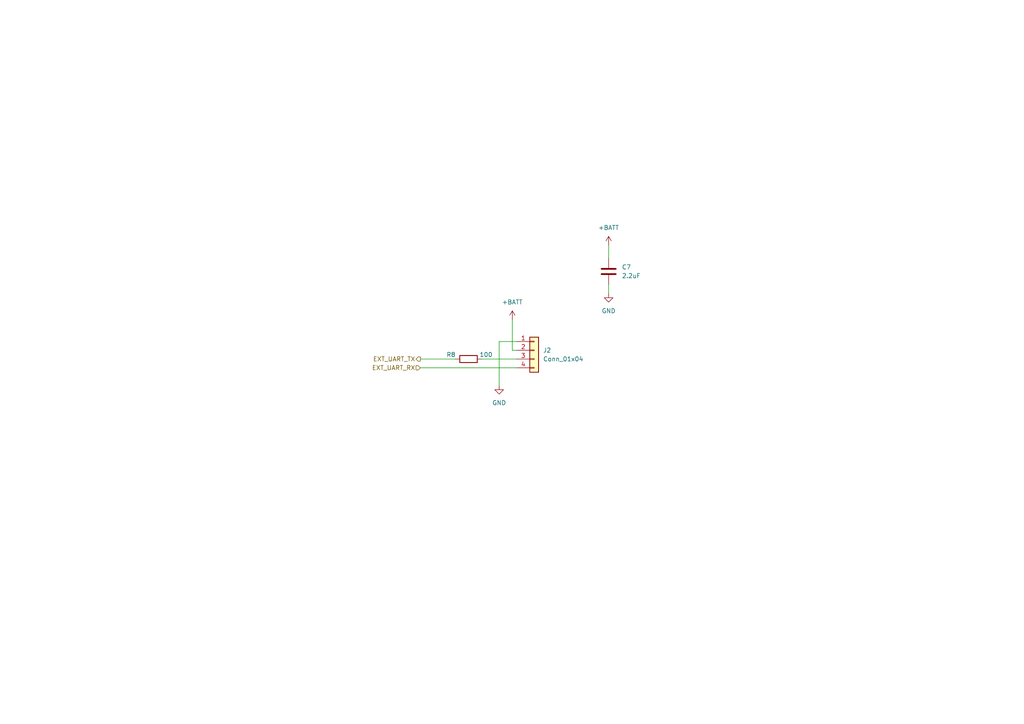
<source format=kicad_sch>
(kicad_sch (version 20230121) (generator eeschema)
  (paper "A4")
  (lib_symbols
    (symbol "Connector_Generic:Conn_01x04" (pin_names (offset 1.016) hide)
      (property "Reference" "J" (at 0 5.08 0))
      (property "Value" "Conn_01x04" (at 0 -7.62 0))
      (symbol "Conn_01x04_1_1"
        (rectangle (start -1.27 -4.953) (end 0 -5.207) (stroke (width 0.1524)))
        (rectangle (start -1.27 -2.413) (end 0 -2.667) (stroke (width 0.1524)))
        (rectangle (start -1.27 0.127) (end 0 -0.127) (stroke (width 0.1524)))
        (rectangle (start -1.27 2.667) (end 0 2.413) (stroke (width 0.1524)))
        (rectangle (start -1.27 3.81) (end 1.27 -6.35) (stroke (width 0.254)) (fill (type background)))
        (pin passive line (at -5.08 2.54 0) (length 3.81) (name "Pin_1") (number "1"))
        (pin passive line (at -5.08 0 0) (length 3.81) (name "Pin_2") (number "2"))
        (pin passive line (at -5.08 -2.54 0) (length 3.81) (name "Pin_3") (number "3"))
        (pin passive line (at -5.08 -5.08 0) (length 3.81) (name "Pin_4") (number "4"))
      )
    )
    (symbol "Device:C" (pin_numbers hide) (pin_names (offset 0.254))
      (property "Reference" "C" (at 0.635 2.54 0))
      (property "Value" "C" (at 0.635 -2.54 0))
      (symbol "C_0_1"
        (polyline (pts (xy -2.032 -0.762) (xy 2.032 -0.762)) (stroke (width 0.508)))
        (polyline (pts (xy -2.032 0.762) (xy 2.032 0.762)) (stroke (width 0.508)))
      )
      (symbol "C_1_1"
        (pin passive line (at 0 3.81 270) (length 2.794) (name "~") (number "1"))
        (pin passive line (at 0 -3.81 90) (length 2.794) (name "~") (number "2"))
      )
    )
    (symbol "Device:R" (pin_numbers hide) (pin_names (offset 0))
      (property "Reference" "R" (at 2.032 0 90))
      (property "Value" "R" (at 0 0 90))
      (symbol "R_0_1"
        (rectangle (start -1.016 -2.54) (end 1.016 2.54) (stroke (width 0.254)))
      )
      (symbol "R_1_1"
        (pin passive line (at 0 3.81 270) (length 1.27) (name "~") (number "1"))
        (pin passive line (at 0 -3.81 90) (length 1.27) (name "~") (number "2"))
      )
    )
    (symbol "power:+BATT" (power) (pin_names (offset 0))
      (property "Value" "+BATT" (at 0 3.556 0))
      (symbol "+BATT_0_1"
        (polyline (pts (xy -0.762 1.27) (xy 0 2.54)))
        (polyline (pts (xy 0 0) (xy 0 2.54)))
        (polyline (pts (xy 0 2.54) (xy 0.762 1.27)))
      )
      (symbol "+BATT_1_1"
        (pin power_in line (at 0 0 90) (length 0) hide (name "+BATT") (number "1"))
      )
    )
    (symbol "power:GND" (power) (pin_names (offset 0))
      (property "Value" "GND" (at 0 -3.81 0))
      (symbol "GND_0_1"
        (polyline (pts (xy 0 0) (xy 0 -1.27) (xy 1.27 -1.27) (xy 0 -2.54) (xy -1.27 -1.27) (xy 0 -1.27)))
      )
      (symbol "GND_1_1"
        (pin power_in line (at 0 0 270) (length 0) hide (name "GND") (number "1"))
      )
    )
  )
  (wire (pts (xy 148.59 101.6) (xy 148.59 92.71)))
  (wire (pts (xy 121.92 104.14) (xy 132.08 104.14)))
  (wire (pts (xy 149.86 99.06) (xy 144.78 99.06)))
  (wire (pts (xy 121.92 106.68) (xy 149.86 106.68)))
  (wire (pts (xy 176.53 82.55) (xy 176.53 85.09)))
  (wire (pts (xy 149.86 101.6) (xy 148.59 101.6)))
  (wire (pts (xy 144.78 99.06) (xy 144.78 111.76)))
  (wire (pts (xy 139.7 104.14) (xy 149.86 104.14)))
  (wire (pts (xy 176.53 71.12) (xy 176.53 74.93)))
  (hierarchical_label "EXT_UART_RX" (shape input) (at 121.92 106.68 180))
  (hierarchical_label "EXT_UART_TX" (shape output) (at 121.92 104.14 180))
  (symbol (lib_id "Device:R") (at 135.89 104.14 90) (unit 1)
    (property "Reference" "R8" (at 130.81 102.87 90))
    (property "Value" "100" (at 140.97 102.87 90))
    (property "Footprint" "Resistor_SMD:R_0603_1608Metric" (effects hide))
    (instances (project "minimouse" (path "" (reference "R8") (unit 1)) (path "" (reference "R10") (unit 1))))
  )
  (symbol (lib_id "power:+BATT") (at 148.59 92.71 0) (unit 1)
    (property "Reference" "#PWR09" (effects hide))
    (property "Value" "+BATT" (at 148.59 87.63 0))
  )
  (symbol (lib_id "power:+BATT") (at 176.53 71.12 0) (unit 1)
    (property "Reference" "#PWR010" (effects hide))
    (property "Value" "+BATT" (at 176.53 66.04 0))
  )
  (symbol (lib_id "power:GND") (at 176.53 85.09 0) (unit 1)
    (property "Reference" "#PWR011" (effects hide))
    (property "Value" "GND" (at 176.53 90.17 0))
  )
  (symbol (lib_id "Connector_Generic:Conn_01x04") (at 154.94 101.6 0) (unit 1)
    (property "Reference" "J2" (at 157.48 101.6 0) (effects (justify left)))
    (property "Value" "Conn_01x04" (at 157.48 104.14 0) (effects (justify left)))
    (property "Footprint" "Connector_PinHeader_2.54mm:PinHeader_1x04_P2.54mm_Vertical" (effects hide))
  )
  (symbol (lib_id "power:GND") (at 144.78 111.76 0) (unit 1)
    (property "Reference" "#PWR08" (effects hide))
    (property "Value" "GND" (at 144.78 116.84 0))
  )
  (symbol (lib_id "Device:C") (at 176.53 78.74 0) (unit 1)
    (property "Reference" "C7" (at 180.34 77.47 0) (effects (justify left)))
    (property "Value" "2.2uF" (at 180.34 80.01 0) (effects (justify left)))
    (property "Footprint" "Capacitor_SMD:C_0603_1608Metric" (effects hide))
  )
)
</source>
